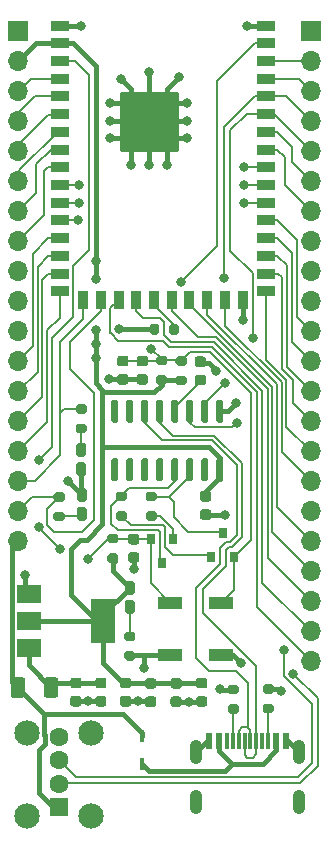
<source format=gbr>
%TF.GenerationSoftware,KiCad,Pcbnew,5.1.9-73d0e3b20d~88~ubuntu20.04.1*%
%TF.CreationDate,2021-03-20T23:45:23+05:30*%
%TF.ProjectId,ESP32-S2,45535033-322d-4533-922e-6b696361645f,rev?*%
%TF.SameCoordinates,Original*%
%TF.FileFunction,Copper,L1,Top*%
%TF.FilePolarity,Positive*%
%FSLAX46Y46*%
G04 Gerber Fmt 4.6, Leading zero omitted, Abs format (unit mm)*
G04 Created by KiCad (PCBNEW 5.1.9-73d0e3b20d~88~ubuntu20.04.1) date 2021-03-20 23:45:23*
%MOMM*%
%LPD*%
G01*
G04 APERTURE LIST*
%TA.AperFunction,SMDPad,CuDef*%
%ADD10R,0.460000X1.040000*%
%TD*%
%TA.AperFunction,ComponentPad*%
%ADD11O,1.700000X1.700000*%
%TD*%
%TA.AperFunction,ComponentPad*%
%ADD12R,1.700000X1.700000*%
%TD*%
%TA.AperFunction,SMDPad,CuDef*%
%ADD13R,1.100000X1.100000*%
%TD*%
%TA.AperFunction,SMDPad,CuDef*%
%ADD14R,1.500000X0.900000*%
%TD*%
%TA.AperFunction,SMDPad,CuDef*%
%ADD15R,0.900000X1.500000*%
%TD*%
%TA.AperFunction,ComponentPad*%
%ADD16C,2.150000*%
%TD*%
%TA.AperFunction,ComponentPad*%
%ADD17R,1.600000X1.600000*%
%TD*%
%TA.AperFunction,ComponentPad*%
%ADD18C,1.600000*%
%TD*%
%TA.AperFunction,SMDPad,CuDef*%
%ADD19R,2.000000X1.000000*%
%TD*%
%TA.AperFunction,SMDPad,CuDef*%
%ADD20R,0.800000X0.900000*%
%TD*%
%TA.AperFunction,SMDPad,CuDef*%
%ADD21R,2.000000X1.500000*%
%TD*%
%TA.AperFunction,SMDPad,CuDef*%
%ADD22R,2.000000X3.800000*%
%TD*%
%TA.AperFunction,ComponentPad*%
%ADD23O,1.050000X2.100000*%
%TD*%
%TA.AperFunction,SMDPad,CuDef*%
%ADD24R,0.600000X1.450000*%
%TD*%
%TA.AperFunction,SMDPad,CuDef*%
%ADD25R,0.300000X1.450000*%
%TD*%
%TA.AperFunction,ViaPad*%
%ADD26C,0.800000*%
%TD*%
%TA.AperFunction,Conductor*%
%ADD27C,0.200000*%
%TD*%
%TA.AperFunction,Conductor*%
%ADD28C,0.400000*%
%TD*%
%TA.AperFunction,Conductor*%
%ADD29C,0.254000*%
%TD*%
%TA.AperFunction,Conductor*%
%ADD30C,0.100000*%
%TD*%
G04 APERTURE END LIST*
%TA.AperFunction,SMDPad,CuDef*%
G36*
G01*
X147786000Y-124315000D02*
X147286000Y-124315000D01*
G75*
G02*
X147061000Y-124090000I0J225000D01*
G01*
X147061000Y-123640000D01*
G75*
G02*
X147286000Y-123415000I225000J0D01*
G01*
X147786000Y-123415000D01*
G75*
G02*
X148011000Y-123640000I0J-225000D01*
G01*
X148011000Y-124090000D01*
G75*
G02*
X147786000Y-124315000I-225000J0D01*
G01*
G37*
%TD.AperFunction*%
%TA.AperFunction,SMDPad,CuDef*%
G36*
G01*
X147786000Y-125865000D02*
X147286000Y-125865000D01*
G75*
G02*
X147061000Y-125640000I0J225000D01*
G01*
X147061000Y-125190000D01*
G75*
G02*
X147286000Y-124965000I225000J0D01*
G01*
X147786000Y-124965000D01*
G75*
G02*
X148011000Y-125190000I0J-225000D01*
G01*
X148011000Y-125640000D01*
G75*
G02*
X147786000Y-125865000I-225000J0D01*
G01*
G37*
%TD.AperFunction*%
%TA.AperFunction,SMDPad,CuDef*%
G36*
G01*
X145698000Y-124305000D02*
X145198000Y-124305000D01*
G75*
G02*
X144973000Y-124080000I0J225000D01*
G01*
X144973000Y-123630000D01*
G75*
G02*
X145198000Y-123405000I225000J0D01*
G01*
X145698000Y-123405000D01*
G75*
G02*
X145923000Y-123630000I0J-225000D01*
G01*
X145923000Y-124080000D01*
G75*
G02*
X145698000Y-124305000I-225000J0D01*
G01*
G37*
%TD.AperFunction*%
%TA.AperFunction,SMDPad,CuDef*%
G36*
G01*
X145698000Y-125855000D02*
X145198000Y-125855000D01*
G75*
G02*
X144973000Y-125630000I0J225000D01*
G01*
X144973000Y-125180000D01*
G75*
G02*
X145198000Y-124955000I225000J0D01*
G01*
X145698000Y-124955000D01*
G75*
G02*
X145923000Y-125180000I0J-225000D01*
G01*
X145923000Y-125630000D01*
G75*
G02*
X145698000Y-125855000I-225000J0D01*
G01*
G37*
%TD.AperFunction*%
D10*
X148900000Y-130690000D03*
X148900000Y-128310000D03*
%TA.AperFunction,SMDPad,CuDef*%
G36*
G01*
X139050000Y-123625000D02*
X139050000Y-124875000D01*
G75*
G02*
X138800000Y-125125000I-250000J0D01*
G01*
X138050000Y-125125000D01*
G75*
G02*
X137800000Y-124875000I0J250000D01*
G01*
X137800000Y-123625000D01*
G75*
G02*
X138050000Y-123375000I250000J0D01*
G01*
X138800000Y-123375000D01*
G75*
G02*
X139050000Y-123625000I0J-250000D01*
G01*
G37*
%TD.AperFunction*%
%TA.AperFunction,SMDPad,CuDef*%
G36*
G01*
X141850000Y-123625000D02*
X141850000Y-124875000D01*
G75*
G02*
X141600000Y-125125000I-250000J0D01*
G01*
X140850000Y-125125000D01*
G75*
G02*
X140600000Y-124875000I0J250000D01*
G01*
X140600000Y-123625000D01*
G75*
G02*
X140850000Y-123375000I250000J0D01*
G01*
X141600000Y-123375000D01*
G75*
G02*
X141850000Y-123625000I0J-250000D01*
G01*
G37*
%TD.AperFunction*%
D11*
X163240000Y-122015000D03*
X163240000Y-119475000D03*
X163240000Y-116935000D03*
X163240000Y-114395000D03*
X163240000Y-111855000D03*
X163240000Y-109315000D03*
X163240000Y-106775000D03*
X163240000Y-104235000D03*
X163240000Y-101695000D03*
X163240000Y-99155000D03*
X163240000Y-96615000D03*
X163240000Y-94075000D03*
X163240000Y-91535000D03*
X163240000Y-88995000D03*
X163240000Y-86455000D03*
X163240000Y-83915000D03*
X163240000Y-81375000D03*
X163240000Y-78835000D03*
X163240000Y-76295000D03*
X163240000Y-73755000D03*
X163240000Y-71215000D03*
D12*
X163240000Y-68675000D03*
D13*
X148010000Y-74750000D03*
X149510000Y-74750000D03*
X151010000Y-74750000D03*
X151010000Y-76250000D03*
X151010000Y-77750000D03*
X149510000Y-77750000D03*
X148010000Y-77750000D03*
X148010000Y-76250000D03*
X149510000Y-76250000D03*
D14*
X159450000Y-68200000D03*
X159450000Y-69700000D03*
X159450000Y-71200000D03*
X159450000Y-72700000D03*
X159450000Y-74200000D03*
X159450000Y-75700000D03*
X159450000Y-77200000D03*
X159450000Y-78700000D03*
X159450000Y-80200000D03*
X159450000Y-81700000D03*
X159450000Y-83200000D03*
X159450000Y-84700000D03*
X159450000Y-86200000D03*
X159450000Y-87700000D03*
X159450000Y-89200000D03*
X159450000Y-90700000D03*
D15*
X157450000Y-91450000D03*
X155950000Y-91450000D03*
X154450000Y-91450000D03*
X152950000Y-91450000D03*
X151450000Y-91450000D03*
X149950000Y-91450000D03*
X148450000Y-91450000D03*
X146950000Y-91450000D03*
X145450000Y-91450000D03*
X143950000Y-91450000D03*
D14*
X141950000Y-90700000D03*
X141950000Y-89200000D03*
X141950000Y-87700000D03*
X141950000Y-86200000D03*
X141950000Y-84700000D03*
X141950000Y-83200000D03*
X141950000Y-81700000D03*
X141950000Y-80200000D03*
X141950000Y-78700000D03*
X141950000Y-77200000D03*
X141950000Y-75700000D03*
X141950000Y-74200000D03*
X141950000Y-72700000D03*
X141950000Y-71200000D03*
X141950000Y-69700000D03*
X141950000Y-68200000D03*
%TA.AperFunction,SMDPad,CuDef*%
G36*
G01*
X155366580Y-104829740D02*
X155666580Y-104829740D01*
G75*
G02*
X155816580Y-104979740I0J-150000D01*
G01*
X155816580Y-106629740D01*
G75*
G02*
X155666580Y-106779740I-150000J0D01*
G01*
X155366580Y-106779740D01*
G75*
G02*
X155216580Y-106629740I0J150000D01*
G01*
X155216580Y-104979740D01*
G75*
G02*
X155366580Y-104829740I150000J0D01*
G01*
G37*
%TD.AperFunction*%
%TA.AperFunction,SMDPad,CuDef*%
G36*
G01*
X154096580Y-104829740D02*
X154396580Y-104829740D01*
G75*
G02*
X154546580Y-104979740I0J-150000D01*
G01*
X154546580Y-106629740D01*
G75*
G02*
X154396580Y-106779740I-150000J0D01*
G01*
X154096580Y-106779740D01*
G75*
G02*
X153946580Y-106629740I0J150000D01*
G01*
X153946580Y-104979740D01*
G75*
G02*
X154096580Y-104829740I150000J0D01*
G01*
G37*
%TD.AperFunction*%
%TA.AperFunction,SMDPad,CuDef*%
G36*
G01*
X152826580Y-104829740D02*
X153126580Y-104829740D01*
G75*
G02*
X153276580Y-104979740I0J-150000D01*
G01*
X153276580Y-106629740D01*
G75*
G02*
X153126580Y-106779740I-150000J0D01*
G01*
X152826580Y-106779740D01*
G75*
G02*
X152676580Y-106629740I0J150000D01*
G01*
X152676580Y-104979740D01*
G75*
G02*
X152826580Y-104829740I150000J0D01*
G01*
G37*
%TD.AperFunction*%
%TA.AperFunction,SMDPad,CuDef*%
G36*
G01*
X151556580Y-104829740D02*
X151856580Y-104829740D01*
G75*
G02*
X152006580Y-104979740I0J-150000D01*
G01*
X152006580Y-106629740D01*
G75*
G02*
X151856580Y-106779740I-150000J0D01*
G01*
X151556580Y-106779740D01*
G75*
G02*
X151406580Y-106629740I0J150000D01*
G01*
X151406580Y-104979740D01*
G75*
G02*
X151556580Y-104829740I150000J0D01*
G01*
G37*
%TD.AperFunction*%
%TA.AperFunction,SMDPad,CuDef*%
G36*
G01*
X150286580Y-104829740D02*
X150586580Y-104829740D01*
G75*
G02*
X150736580Y-104979740I0J-150000D01*
G01*
X150736580Y-106629740D01*
G75*
G02*
X150586580Y-106779740I-150000J0D01*
G01*
X150286580Y-106779740D01*
G75*
G02*
X150136580Y-106629740I0J150000D01*
G01*
X150136580Y-104979740D01*
G75*
G02*
X150286580Y-104829740I150000J0D01*
G01*
G37*
%TD.AperFunction*%
%TA.AperFunction,SMDPad,CuDef*%
G36*
G01*
X149016580Y-104829740D02*
X149316580Y-104829740D01*
G75*
G02*
X149466580Y-104979740I0J-150000D01*
G01*
X149466580Y-106629740D01*
G75*
G02*
X149316580Y-106779740I-150000J0D01*
G01*
X149016580Y-106779740D01*
G75*
G02*
X148866580Y-106629740I0J150000D01*
G01*
X148866580Y-104979740D01*
G75*
G02*
X149016580Y-104829740I150000J0D01*
G01*
G37*
%TD.AperFunction*%
%TA.AperFunction,SMDPad,CuDef*%
G36*
G01*
X147746580Y-104829740D02*
X148046580Y-104829740D01*
G75*
G02*
X148196580Y-104979740I0J-150000D01*
G01*
X148196580Y-106629740D01*
G75*
G02*
X148046580Y-106779740I-150000J0D01*
G01*
X147746580Y-106779740D01*
G75*
G02*
X147596580Y-106629740I0J150000D01*
G01*
X147596580Y-104979740D01*
G75*
G02*
X147746580Y-104829740I150000J0D01*
G01*
G37*
%TD.AperFunction*%
%TA.AperFunction,SMDPad,CuDef*%
G36*
G01*
X146476580Y-104829740D02*
X146776580Y-104829740D01*
G75*
G02*
X146926580Y-104979740I0J-150000D01*
G01*
X146926580Y-106629740D01*
G75*
G02*
X146776580Y-106779740I-150000J0D01*
G01*
X146476580Y-106779740D01*
G75*
G02*
X146326580Y-106629740I0J150000D01*
G01*
X146326580Y-104979740D01*
G75*
G02*
X146476580Y-104829740I150000J0D01*
G01*
G37*
%TD.AperFunction*%
%TA.AperFunction,SMDPad,CuDef*%
G36*
G01*
X146476580Y-99879740D02*
X146776580Y-99879740D01*
G75*
G02*
X146926580Y-100029740I0J-150000D01*
G01*
X146926580Y-101679740D01*
G75*
G02*
X146776580Y-101829740I-150000J0D01*
G01*
X146476580Y-101829740D01*
G75*
G02*
X146326580Y-101679740I0J150000D01*
G01*
X146326580Y-100029740D01*
G75*
G02*
X146476580Y-99879740I150000J0D01*
G01*
G37*
%TD.AperFunction*%
%TA.AperFunction,SMDPad,CuDef*%
G36*
G01*
X147746580Y-99879740D02*
X148046580Y-99879740D01*
G75*
G02*
X148196580Y-100029740I0J-150000D01*
G01*
X148196580Y-101679740D01*
G75*
G02*
X148046580Y-101829740I-150000J0D01*
G01*
X147746580Y-101829740D01*
G75*
G02*
X147596580Y-101679740I0J150000D01*
G01*
X147596580Y-100029740D01*
G75*
G02*
X147746580Y-99879740I150000J0D01*
G01*
G37*
%TD.AperFunction*%
%TA.AperFunction,SMDPad,CuDef*%
G36*
G01*
X149016580Y-99879740D02*
X149316580Y-99879740D01*
G75*
G02*
X149466580Y-100029740I0J-150000D01*
G01*
X149466580Y-101679740D01*
G75*
G02*
X149316580Y-101829740I-150000J0D01*
G01*
X149016580Y-101829740D01*
G75*
G02*
X148866580Y-101679740I0J150000D01*
G01*
X148866580Y-100029740D01*
G75*
G02*
X149016580Y-99879740I150000J0D01*
G01*
G37*
%TD.AperFunction*%
%TA.AperFunction,SMDPad,CuDef*%
G36*
G01*
X150286580Y-99879740D02*
X150586580Y-99879740D01*
G75*
G02*
X150736580Y-100029740I0J-150000D01*
G01*
X150736580Y-101679740D01*
G75*
G02*
X150586580Y-101829740I-150000J0D01*
G01*
X150286580Y-101829740D01*
G75*
G02*
X150136580Y-101679740I0J150000D01*
G01*
X150136580Y-100029740D01*
G75*
G02*
X150286580Y-99879740I150000J0D01*
G01*
G37*
%TD.AperFunction*%
%TA.AperFunction,SMDPad,CuDef*%
G36*
G01*
X151556580Y-99879740D02*
X151856580Y-99879740D01*
G75*
G02*
X152006580Y-100029740I0J-150000D01*
G01*
X152006580Y-101679740D01*
G75*
G02*
X151856580Y-101829740I-150000J0D01*
G01*
X151556580Y-101829740D01*
G75*
G02*
X151406580Y-101679740I0J150000D01*
G01*
X151406580Y-100029740D01*
G75*
G02*
X151556580Y-99879740I150000J0D01*
G01*
G37*
%TD.AperFunction*%
%TA.AperFunction,SMDPad,CuDef*%
G36*
G01*
X152826580Y-99879740D02*
X153126580Y-99879740D01*
G75*
G02*
X153276580Y-100029740I0J-150000D01*
G01*
X153276580Y-101679740D01*
G75*
G02*
X153126580Y-101829740I-150000J0D01*
G01*
X152826580Y-101829740D01*
G75*
G02*
X152676580Y-101679740I0J150000D01*
G01*
X152676580Y-100029740D01*
G75*
G02*
X152826580Y-99879740I150000J0D01*
G01*
G37*
%TD.AperFunction*%
%TA.AperFunction,SMDPad,CuDef*%
G36*
G01*
X154096580Y-99879740D02*
X154396580Y-99879740D01*
G75*
G02*
X154546580Y-100029740I0J-150000D01*
G01*
X154546580Y-101679740D01*
G75*
G02*
X154396580Y-101829740I-150000J0D01*
G01*
X154096580Y-101829740D01*
G75*
G02*
X153946580Y-101679740I0J150000D01*
G01*
X153946580Y-100029740D01*
G75*
G02*
X154096580Y-99879740I150000J0D01*
G01*
G37*
%TD.AperFunction*%
%TA.AperFunction,SMDPad,CuDef*%
G36*
G01*
X155366580Y-99879740D02*
X155666580Y-99879740D01*
G75*
G02*
X155816580Y-100029740I0J-150000D01*
G01*
X155816580Y-101679740D01*
G75*
G02*
X155666580Y-101829740I-150000J0D01*
G01*
X155366580Y-101829740D01*
G75*
G02*
X155216580Y-101679740I0J150000D01*
G01*
X155216580Y-100029740D01*
G75*
G02*
X155366580Y-99879740I150000J0D01*
G01*
G37*
%TD.AperFunction*%
%TA.AperFunction,SMDPad,CuDef*%
G36*
G01*
X154060000Y-109155000D02*
X154560000Y-109155000D01*
G75*
G02*
X154785000Y-109380000I0J-225000D01*
G01*
X154785000Y-109830000D01*
G75*
G02*
X154560000Y-110055000I-225000J0D01*
G01*
X154060000Y-110055000D01*
G75*
G02*
X153835000Y-109830000I0J225000D01*
G01*
X153835000Y-109380000D01*
G75*
G02*
X154060000Y-109155000I225000J0D01*
G01*
G37*
%TD.AperFunction*%
%TA.AperFunction,SMDPad,CuDef*%
G36*
G01*
X154060000Y-107605000D02*
X154560000Y-107605000D01*
G75*
G02*
X154785000Y-107830000I0J-225000D01*
G01*
X154785000Y-108280000D01*
G75*
G02*
X154560000Y-108505000I-225000J0D01*
G01*
X154060000Y-108505000D01*
G75*
G02*
X153835000Y-108280000I0J225000D01*
G01*
X153835000Y-107830000D01*
G75*
G02*
X154060000Y-107605000I225000J0D01*
G01*
G37*
%TD.AperFunction*%
D16*
X139180000Y-135130000D03*
X139180000Y-128130000D03*
X144620000Y-128130000D03*
X144620000Y-135130000D03*
D17*
X141900000Y-134400000D03*
D18*
X141900000Y-132400000D03*
X141900000Y-130400000D03*
X141900000Y-128400000D03*
D19*
X155610000Y-117090000D03*
X155610000Y-121490000D03*
X151300000Y-117070000D03*
X151300000Y-121470000D03*
D20*
X150599140Y-113687100D03*
X149649140Y-111687100D03*
X151549140Y-111687100D03*
%TA.AperFunction,SMDPad,CuDef*%
G36*
G01*
X149435000Y-109325000D02*
X149985000Y-109325000D01*
G75*
G02*
X150185000Y-109525000I0J-200000D01*
G01*
X150185000Y-109925000D01*
G75*
G02*
X149985000Y-110125000I-200000J0D01*
G01*
X149435000Y-110125000D01*
G75*
G02*
X149235000Y-109925000I0J200000D01*
G01*
X149235000Y-109525000D01*
G75*
G02*
X149435000Y-109325000I200000J0D01*
G01*
G37*
%TD.AperFunction*%
%TA.AperFunction,SMDPad,CuDef*%
G36*
G01*
X149435000Y-107675000D02*
X149985000Y-107675000D01*
G75*
G02*
X150185000Y-107875000I0J-200000D01*
G01*
X150185000Y-108275000D01*
G75*
G02*
X149985000Y-108475000I-200000J0D01*
G01*
X149435000Y-108475000D01*
G75*
G02*
X149235000Y-108275000I0J200000D01*
G01*
X149235000Y-107875000D01*
G75*
G02*
X149435000Y-107675000I200000J0D01*
G01*
G37*
%TD.AperFunction*%
%TA.AperFunction,SMDPad,CuDef*%
G36*
G01*
X147625000Y-121165000D02*
X148175000Y-121165000D01*
G75*
G02*
X148375000Y-121365000I0J-200000D01*
G01*
X148375000Y-121765000D01*
G75*
G02*
X148175000Y-121965000I-200000J0D01*
G01*
X147625000Y-121965000D01*
G75*
G02*
X147425000Y-121765000I0J200000D01*
G01*
X147425000Y-121365000D01*
G75*
G02*
X147625000Y-121165000I200000J0D01*
G01*
G37*
%TD.AperFunction*%
%TA.AperFunction,SMDPad,CuDef*%
G36*
G01*
X147625000Y-119515000D02*
X148175000Y-119515000D01*
G75*
G02*
X148375000Y-119715000I0J-200000D01*
G01*
X148375000Y-120115000D01*
G75*
G02*
X148175000Y-120315000I-200000J0D01*
G01*
X147625000Y-120315000D01*
G75*
G02*
X147425000Y-120115000I0J200000D01*
G01*
X147425000Y-119715000D01*
G75*
G02*
X147625000Y-119515000I200000J0D01*
G01*
G37*
%TD.AperFunction*%
D11*
X138450000Y-111855000D03*
X138450000Y-109315000D03*
X138450000Y-106775000D03*
X138450000Y-104235000D03*
X138450000Y-101695000D03*
X138450000Y-99155000D03*
X138450000Y-96615000D03*
X138450000Y-94075000D03*
X138450000Y-91535000D03*
X138450000Y-88995000D03*
X138450000Y-86455000D03*
X138450000Y-83915000D03*
X138450000Y-81375000D03*
X138450000Y-78835000D03*
X138450000Y-76295000D03*
X138450000Y-73755000D03*
X138450000Y-71215000D03*
D12*
X138450000Y-68675000D03*
%TA.AperFunction,SMDPad,CuDef*%
G36*
G01*
X148102500Y-116410000D02*
X147677500Y-116410000D01*
G75*
G02*
X147465000Y-116197500I0J212500D01*
G01*
X147465000Y-115397500D01*
G75*
G02*
X147677500Y-115185000I212500J0D01*
G01*
X148102500Y-115185000D01*
G75*
G02*
X148315000Y-115397500I0J-212500D01*
G01*
X148315000Y-116197500D01*
G75*
G02*
X148102500Y-116410000I-212500J0D01*
G01*
G37*
%TD.AperFunction*%
%TA.AperFunction,SMDPad,CuDef*%
G36*
G01*
X148102500Y-118035000D02*
X147677500Y-118035000D01*
G75*
G02*
X147465000Y-117822500I0J212500D01*
G01*
X147465000Y-117022500D01*
G75*
G02*
X147677500Y-116810000I212500J0D01*
G01*
X148102500Y-116810000D01*
G75*
G02*
X148315000Y-117022500I0J-212500D01*
G01*
X148315000Y-117822500D01*
G75*
G02*
X148102500Y-118035000I-212500J0D01*
G01*
G37*
%TD.AperFunction*%
%TA.AperFunction,SMDPad,CuDef*%
G36*
G01*
X149909000Y-124350000D02*
X149409000Y-124350000D01*
G75*
G02*
X149184000Y-124125000I0J225000D01*
G01*
X149184000Y-123675000D01*
G75*
G02*
X149409000Y-123450000I225000J0D01*
G01*
X149909000Y-123450000D01*
G75*
G02*
X150134000Y-123675000I0J-225000D01*
G01*
X150134000Y-124125000D01*
G75*
G02*
X149909000Y-124350000I-225000J0D01*
G01*
G37*
%TD.AperFunction*%
%TA.AperFunction,SMDPad,CuDef*%
G36*
G01*
X149909000Y-125900000D02*
X149409000Y-125900000D01*
G75*
G02*
X149184000Y-125675000I0J225000D01*
G01*
X149184000Y-125225000D01*
G75*
G02*
X149409000Y-125000000I225000J0D01*
G01*
X149909000Y-125000000D01*
G75*
G02*
X150134000Y-125225000I0J-225000D01*
G01*
X150134000Y-125675000D01*
G75*
G02*
X149909000Y-125900000I-225000J0D01*
G01*
G37*
%TD.AperFunction*%
%TA.AperFunction,SMDPad,CuDef*%
G36*
G01*
X148466620Y-112136040D02*
X147966620Y-112136040D01*
G75*
G02*
X147741620Y-111911040I0J225000D01*
G01*
X147741620Y-111461040D01*
G75*
G02*
X147966620Y-111236040I225000J0D01*
G01*
X148466620Y-111236040D01*
G75*
G02*
X148691620Y-111461040I0J-225000D01*
G01*
X148691620Y-111911040D01*
G75*
G02*
X148466620Y-112136040I-225000J0D01*
G01*
G37*
%TD.AperFunction*%
%TA.AperFunction,SMDPad,CuDef*%
G36*
G01*
X148466620Y-113686040D02*
X147966620Y-113686040D01*
G75*
G02*
X147741620Y-113461040I0J225000D01*
G01*
X147741620Y-113011040D01*
G75*
G02*
X147966620Y-112786040I225000J0D01*
G01*
X148466620Y-112786040D01*
G75*
G02*
X148691620Y-113011040I0J-225000D01*
G01*
X148691620Y-113461040D01*
G75*
G02*
X148466620Y-113686040I-225000J0D01*
G01*
G37*
%TD.AperFunction*%
%TA.AperFunction,SMDPad,CuDef*%
G36*
G01*
X148710000Y-97705000D02*
X149210000Y-97705000D01*
G75*
G02*
X149435000Y-97930000I0J-225000D01*
G01*
X149435000Y-98380000D01*
G75*
G02*
X149210000Y-98605000I-225000J0D01*
G01*
X148710000Y-98605000D01*
G75*
G02*
X148485000Y-98380000I0J225000D01*
G01*
X148485000Y-97930000D01*
G75*
G02*
X148710000Y-97705000I225000J0D01*
G01*
G37*
%TD.AperFunction*%
%TA.AperFunction,SMDPad,CuDef*%
G36*
G01*
X148710000Y-96155000D02*
X149210000Y-96155000D01*
G75*
G02*
X149435000Y-96380000I0J-225000D01*
G01*
X149435000Y-96830000D01*
G75*
G02*
X149210000Y-97055000I-225000J0D01*
G01*
X148710000Y-97055000D01*
G75*
G02*
X148485000Y-96830000I0J225000D01*
G01*
X148485000Y-96380000D01*
G75*
G02*
X148710000Y-96155000I225000J0D01*
G01*
G37*
%TD.AperFunction*%
%TA.AperFunction,SMDPad,CuDef*%
G36*
G01*
X154120000Y-97115000D02*
X153620000Y-97115000D01*
G75*
G02*
X153395000Y-96890000I0J225000D01*
G01*
X153395000Y-96440000D01*
G75*
G02*
X153620000Y-96215000I225000J0D01*
G01*
X154120000Y-96215000D01*
G75*
G02*
X154345000Y-96440000I0J-225000D01*
G01*
X154345000Y-96890000D01*
G75*
G02*
X154120000Y-97115000I-225000J0D01*
G01*
G37*
%TD.AperFunction*%
%TA.AperFunction,SMDPad,CuDef*%
G36*
G01*
X154120000Y-98665000D02*
X153620000Y-98665000D01*
G75*
G02*
X153395000Y-98440000I0J225000D01*
G01*
X153395000Y-97990000D01*
G75*
G02*
X153620000Y-97765000I225000J0D01*
G01*
X154120000Y-97765000D01*
G75*
G02*
X154345000Y-97990000I0J-225000D01*
G01*
X154345000Y-98440000D01*
G75*
G02*
X154120000Y-98665000I-225000J0D01*
G01*
G37*
%TD.AperFunction*%
%TA.AperFunction,SMDPad,CuDef*%
G36*
G01*
X141635000Y-109365000D02*
X142185000Y-109365000D01*
G75*
G02*
X142385000Y-109565000I0J-200000D01*
G01*
X142385000Y-109965000D01*
G75*
G02*
X142185000Y-110165000I-200000J0D01*
G01*
X141635000Y-110165000D01*
G75*
G02*
X141435000Y-109965000I0J200000D01*
G01*
X141435000Y-109565000D01*
G75*
G02*
X141635000Y-109365000I200000J0D01*
G01*
G37*
%TD.AperFunction*%
%TA.AperFunction,SMDPad,CuDef*%
G36*
G01*
X141635000Y-107715000D02*
X142185000Y-107715000D01*
G75*
G02*
X142385000Y-107915000I0J-200000D01*
G01*
X142385000Y-108315000D01*
G75*
G02*
X142185000Y-108515000I-200000J0D01*
G01*
X141635000Y-108515000D01*
G75*
G02*
X141435000Y-108315000I0J200000D01*
G01*
X141435000Y-107915000D01*
G75*
G02*
X141635000Y-107715000I200000J0D01*
G01*
G37*
%TD.AperFunction*%
%TA.AperFunction,SMDPad,CuDef*%
G36*
G01*
X156925000Y-124815000D02*
X156375000Y-124815000D01*
G75*
G02*
X156175000Y-124615000I0J200000D01*
G01*
X156175000Y-124215000D01*
G75*
G02*
X156375000Y-124015000I200000J0D01*
G01*
X156925000Y-124015000D01*
G75*
G02*
X157125000Y-124215000I0J-200000D01*
G01*
X157125000Y-124615000D01*
G75*
G02*
X156925000Y-124815000I-200000J0D01*
G01*
G37*
%TD.AperFunction*%
%TA.AperFunction,SMDPad,CuDef*%
G36*
G01*
X156925000Y-126465000D02*
X156375000Y-126465000D01*
G75*
G02*
X156175000Y-126265000I0J200000D01*
G01*
X156175000Y-125865000D01*
G75*
G02*
X156375000Y-125665000I200000J0D01*
G01*
X156925000Y-125665000D01*
G75*
G02*
X157125000Y-125865000I0J-200000D01*
G01*
X157125000Y-126265000D01*
G75*
G02*
X156925000Y-126465000I-200000J0D01*
G01*
G37*
%TD.AperFunction*%
%TA.AperFunction,SMDPad,CuDef*%
G36*
G01*
X143992500Y-104740000D02*
X143567500Y-104740000D01*
G75*
G02*
X143355000Y-104527500I0J212500D01*
G01*
X143355000Y-103727500D01*
G75*
G02*
X143567500Y-103515000I212500J0D01*
G01*
X143992500Y-103515000D01*
G75*
G02*
X144205000Y-103727500I0J-212500D01*
G01*
X144205000Y-104527500D01*
G75*
G02*
X143992500Y-104740000I-212500J0D01*
G01*
G37*
%TD.AperFunction*%
%TA.AperFunction,SMDPad,CuDef*%
G36*
G01*
X143992500Y-106365000D02*
X143567500Y-106365000D01*
G75*
G02*
X143355000Y-106152500I0J212500D01*
G01*
X143355000Y-105352500D01*
G75*
G02*
X143567500Y-105140000I212500J0D01*
G01*
X143992500Y-105140000D01*
G75*
G02*
X144205000Y-105352500I0J-212500D01*
G01*
X144205000Y-106152500D01*
G75*
G02*
X143992500Y-106365000I-212500J0D01*
G01*
G37*
%TD.AperFunction*%
%TA.AperFunction,SMDPad,CuDef*%
G36*
G01*
X159895000Y-124755000D02*
X159345000Y-124755000D01*
G75*
G02*
X159145000Y-124555000I0J200000D01*
G01*
X159145000Y-124155000D01*
G75*
G02*
X159345000Y-123955000I200000J0D01*
G01*
X159895000Y-123955000D01*
G75*
G02*
X160095000Y-124155000I0J-200000D01*
G01*
X160095000Y-124555000D01*
G75*
G02*
X159895000Y-124755000I-200000J0D01*
G01*
G37*
%TD.AperFunction*%
%TA.AperFunction,SMDPad,CuDef*%
G36*
G01*
X159895000Y-126405000D02*
X159345000Y-126405000D01*
G75*
G02*
X159145000Y-126205000I0J200000D01*
G01*
X159145000Y-125805000D01*
G75*
G02*
X159345000Y-125605000I200000J0D01*
G01*
X159895000Y-125605000D01*
G75*
G02*
X160095000Y-125805000I0J-200000D01*
G01*
X160095000Y-126205000D01*
G75*
G02*
X159895000Y-126405000I-200000J0D01*
G01*
G37*
%TD.AperFunction*%
%TA.AperFunction,SMDPad,CuDef*%
G36*
G01*
X143617500Y-108930000D02*
X144042500Y-108930000D01*
G75*
G02*
X144255000Y-109142500I0J-212500D01*
G01*
X144255000Y-109942500D01*
G75*
G02*
X144042500Y-110155000I-212500J0D01*
G01*
X143617500Y-110155000D01*
G75*
G02*
X143405000Y-109942500I0J212500D01*
G01*
X143405000Y-109142500D01*
G75*
G02*
X143617500Y-108930000I212500J0D01*
G01*
G37*
%TD.AperFunction*%
%TA.AperFunction,SMDPad,CuDef*%
G36*
G01*
X143617500Y-107305000D02*
X144042500Y-107305000D01*
G75*
G02*
X144255000Y-107517500I0J-212500D01*
G01*
X144255000Y-108317500D01*
G75*
G02*
X144042500Y-108530000I-212500J0D01*
G01*
X143617500Y-108530000D01*
G75*
G02*
X143405000Y-108317500I0J212500D01*
G01*
X143405000Y-107517500D01*
G75*
G02*
X143617500Y-107305000I212500J0D01*
G01*
G37*
%TD.AperFunction*%
%TA.AperFunction,SMDPad,CuDef*%
G36*
G01*
X151242580Y-94194040D02*
X151242580Y-93644040D01*
G75*
G02*
X151442580Y-93444040I200000J0D01*
G01*
X151842580Y-93444040D01*
G75*
G02*
X152042580Y-93644040I0J-200000D01*
G01*
X152042580Y-94194040D01*
G75*
G02*
X151842580Y-94394040I-200000J0D01*
G01*
X151442580Y-94394040D01*
G75*
G02*
X151242580Y-94194040I0J200000D01*
G01*
G37*
%TD.AperFunction*%
%TA.AperFunction,SMDPad,CuDef*%
G36*
G01*
X149592580Y-94194040D02*
X149592580Y-93644040D01*
G75*
G02*
X149792580Y-93444040I200000J0D01*
G01*
X150192580Y-93444040D01*
G75*
G02*
X150392580Y-93644040I0J-200000D01*
G01*
X150392580Y-94194040D01*
G75*
G02*
X150192580Y-94394040I-200000J0D01*
G01*
X149792580Y-94394040D01*
G75*
G02*
X149592580Y-94194040I0J200000D01*
G01*
G37*
%TD.AperFunction*%
%TA.AperFunction,SMDPad,CuDef*%
G36*
G01*
X146182380Y-112896840D02*
X146732380Y-112896840D01*
G75*
G02*
X146932380Y-113096840I0J-200000D01*
G01*
X146932380Y-113496840D01*
G75*
G02*
X146732380Y-113696840I-200000J0D01*
G01*
X146182380Y-113696840D01*
G75*
G02*
X145982380Y-113496840I0J200000D01*
G01*
X145982380Y-113096840D01*
G75*
G02*
X146182380Y-112896840I200000J0D01*
G01*
G37*
%TD.AperFunction*%
%TA.AperFunction,SMDPad,CuDef*%
G36*
G01*
X146182380Y-111246840D02*
X146732380Y-111246840D01*
G75*
G02*
X146932380Y-111446840I0J-200000D01*
G01*
X146932380Y-111846840D01*
G75*
G02*
X146732380Y-112046840I-200000J0D01*
G01*
X146182380Y-112046840D01*
G75*
G02*
X145982380Y-111846840I0J200000D01*
G01*
X145982380Y-111446840D01*
G75*
G02*
X146182380Y-111246840I200000J0D01*
G01*
G37*
%TD.AperFunction*%
D21*
X139330000Y-116340000D03*
X139330000Y-120940000D03*
X139330000Y-118640000D03*
D22*
X145630000Y-118640000D03*
%TA.AperFunction,SMDPad,CuDef*%
G36*
G01*
X150867620Y-98605680D02*
X150317620Y-98605680D01*
G75*
G02*
X150117620Y-98405680I0J200000D01*
G01*
X150117620Y-98005680D01*
G75*
G02*
X150317620Y-97805680I200000J0D01*
G01*
X150867620Y-97805680D01*
G75*
G02*
X151067620Y-98005680I0J-200000D01*
G01*
X151067620Y-98405680D01*
G75*
G02*
X150867620Y-98605680I-200000J0D01*
G01*
G37*
%TD.AperFunction*%
%TA.AperFunction,SMDPad,CuDef*%
G36*
G01*
X150867620Y-96955680D02*
X150317620Y-96955680D01*
G75*
G02*
X150117620Y-96755680I0J200000D01*
G01*
X150117620Y-96355680D01*
G75*
G02*
X150317620Y-96155680I200000J0D01*
G01*
X150867620Y-96155680D01*
G75*
G02*
X151067620Y-96355680I0J-200000D01*
G01*
X151067620Y-96755680D01*
G75*
G02*
X150867620Y-96955680I-200000J0D01*
G01*
G37*
%TD.AperFunction*%
D20*
X155760000Y-111190000D03*
X156710000Y-113190000D03*
X154810000Y-113190000D03*
%TA.AperFunction,SMDPad,CuDef*%
G36*
G01*
X143525000Y-101915000D02*
X144075000Y-101915000D01*
G75*
G02*
X144275000Y-102115000I0J-200000D01*
G01*
X144275000Y-102515000D01*
G75*
G02*
X144075000Y-102715000I-200000J0D01*
G01*
X143525000Y-102715000D01*
G75*
G02*
X143325000Y-102515000I0J200000D01*
G01*
X143325000Y-102115000D01*
G75*
G02*
X143525000Y-101915000I200000J0D01*
G01*
G37*
%TD.AperFunction*%
%TA.AperFunction,SMDPad,CuDef*%
G36*
G01*
X143525000Y-100265000D02*
X144075000Y-100265000D01*
G75*
G02*
X144275000Y-100465000I0J-200000D01*
G01*
X144275000Y-100865000D01*
G75*
G02*
X144075000Y-101065000I-200000J0D01*
G01*
X143525000Y-101065000D01*
G75*
G02*
X143325000Y-100865000I0J200000D01*
G01*
X143325000Y-100465000D01*
G75*
G02*
X143525000Y-100265000I200000J0D01*
G01*
G37*
%TD.AperFunction*%
%TA.AperFunction,SMDPad,CuDef*%
G36*
G01*
X151965000Y-97845000D02*
X152515000Y-97845000D01*
G75*
G02*
X152715000Y-98045000I0J-200000D01*
G01*
X152715000Y-98445000D01*
G75*
G02*
X152515000Y-98645000I-200000J0D01*
G01*
X151965000Y-98645000D01*
G75*
G02*
X151765000Y-98445000I0J200000D01*
G01*
X151765000Y-98045000D01*
G75*
G02*
X151965000Y-97845000I200000J0D01*
G01*
G37*
%TD.AperFunction*%
%TA.AperFunction,SMDPad,CuDef*%
G36*
G01*
X151965000Y-96195000D02*
X152515000Y-96195000D01*
G75*
G02*
X152715000Y-96395000I0J-200000D01*
G01*
X152715000Y-96795000D01*
G75*
G02*
X152515000Y-96995000I-200000J0D01*
G01*
X151965000Y-96995000D01*
G75*
G02*
X151765000Y-96795000I0J200000D01*
G01*
X151765000Y-96395000D01*
G75*
G02*
X151965000Y-96195000I200000J0D01*
G01*
G37*
%TD.AperFunction*%
%TA.AperFunction,SMDPad,CuDef*%
G36*
G01*
X147550000Y-97055000D02*
X147050000Y-97055000D01*
G75*
G02*
X146825000Y-96830000I0J225000D01*
G01*
X146825000Y-96380000D01*
G75*
G02*
X147050000Y-96155000I225000J0D01*
G01*
X147550000Y-96155000D01*
G75*
G02*
X147775000Y-96380000I0J-225000D01*
G01*
X147775000Y-96830000D01*
G75*
G02*
X147550000Y-97055000I-225000J0D01*
G01*
G37*
%TD.AperFunction*%
%TA.AperFunction,SMDPad,CuDef*%
G36*
G01*
X147550000Y-98605000D02*
X147050000Y-98605000D01*
G75*
G02*
X146825000Y-98380000I0J225000D01*
G01*
X146825000Y-97930000D01*
G75*
G02*
X147050000Y-97705000I225000J0D01*
G01*
X147550000Y-97705000D01*
G75*
G02*
X147775000Y-97930000I0J-225000D01*
G01*
X147775000Y-98380000D01*
G75*
G02*
X147550000Y-98605000I-225000J0D01*
G01*
G37*
%TD.AperFunction*%
%TA.AperFunction,SMDPad,CuDef*%
G36*
G01*
X153725000Y-124975000D02*
X154225000Y-124975000D01*
G75*
G02*
X154450000Y-125200000I0J-225000D01*
G01*
X154450000Y-125650000D01*
G75*
G02*
X154225000Y-125875000I-225000J0D01*
G01*
X153725000Y-125875000D01*
G75*
G02*
X153500000Y-125650000I0J225000D01*
G01*
X153500000Y-125200000D01*
G75*
G02*
X153725000Y-124975000I225000J0D01*
G01*
G37*
%TD.AperFunction*%
%TA.AperFunction,SMDPad,CuDef*%
G36*
G01*
X153725000Y-123425000D02*
X154225000Y-123425000D01*
G75*
G02*
X154450000Y-123650000I0J-225000D01*
G01*
X154450000Y-124100000D01*
G75*
G02*
X154225000Y-124325000I-225000J0D01*
G01*
X153725000Y-124325000D01*
G75*
G02*
X153500000Y-124100000I0J225000D01*
G01*
X153500000Y-123650000D01*
G75*
G02*
X153725000Y-123425000I225000J0D01*
G01*
G37*
%TD.AperFunction*%
%TA.AperFunction,SMDPad,CuDef*%
G36*
G01*
X151567000Y-125000000D02*
X152067000Y-125000000D01*
G75*
G02*
X152292000Y-125225000I0J-225000D01*
G01*
X152292000Y-125675000D01*
G75*
G02*
X152067000Y-125900000I-225000J0D01*
G01*
X151567000Y-125900000D01*
G75*
G02*
X151342000Y-125675000I0J225000D01*
G01*
X151342000Y-125225000D01*
G75*
G02*
X151567000Y-125000000I225000J0D01*
G01*
G37*
%TD.AperFunction*%
%TA.AperFunction,SMDPad,CuDef*%
G36*
G01*
X151567000Y-123450000D02*
X152067000Y-123450000D01*
G75*
G02*
X152292000Y-123675000I0J-225000D01*
G01*
X152292000Y-124125000D01*
G75*
G02*
X152067000Y-124350000I-225000J0D01*
G01*
X151567000Y-124350000D01*
G75*
G02*
X151342000Y-124125000I0J225000D01*
G01*
X151342000Y-123675000D01*
G75*
G02*
X151567000Y-123450000I225000J0D01*
G01*
G37*
%TD.AperFunction*%
%TA.AperFunction,SMDPad,CuDef*%
G36*
G01*
X143575000Y-124305000D02*
X143075000Y-124305000D01*
G75*
G02*
X142850000Y-124080000I0J225000D01*
G01*
X142850000Y-123630000D01*
G75*
G02*
X143075000Y-123405000I225000J0D01*
G01*
X143575000Y-123405000D01*
G75*
G02*
X143800000Y-123630000I0J-225000D01*
G01*
X143800000Y-124080000D01*
G75*
G02*
X143575000Y-124305000I-225000J0D01*
G01*
G37*
%TD.AperFunction*%
%TA.AperFunction,SMDPad,CuDef*%
G36*
G01*
X143575000Y-125855000D02*
X143075000Y-125855000D01*
G75*
G02*
X142850000Y-125630000I0J225000D01*
G01*
X142850000Y-125180000D01*
G75*
G02*
X143075000Y-124955000I225000J0D01*
G01*
X143575000Y-124955000D01*
G75*
G02*
X143800000Y-125180000I0J-225000D01*
G01*
X143800000Y-125630000D01*
G75*
G02*
X143575000Y-125855000I-225000J0D01*
G01*
G37*
%TD.AperFunction*%
%TA.AperFunction,SMDPad,CuDef*%
G36*
G01*
X146905000Y-109305000D02*
X147455000Y-109305000D01*
G75*
G02*
X147655000Y-109505000I0J-200000D01*
G01*
X147655000Y-109905000D01*
G75*
G02*
X147455000Y-110105000I-200000J0D01*
G01*
X146905000Y-110105000D01*
G75*
G02*
X146705000Y-109905000I0J200000D01*
G01*
X146705000Y-109505000D01*
G75*
G02*
X146905000Y-109305000I200000J0D01*
G01*
G37*
%TD.AperFunction*%
%TA.AperFunction,SMDPad,CuDef*%
G36*
G01*
X146905000Y-107655000D02*
X147455000Y-107655000D01*
G75*
G02*
X147655000Y-107855000I0J-200000D01*
G01*
X147655000Y-108255000D01*
G75*
G02*
X147455000Y-108455000I-200000J0D01*
G01*
X146905000Y-108455000D01*
G75*
G02*
X146705000Y-108255000I0J200000D01*
G01*
X146705000Y-107855000D01*
G75*
G02*
X146905000Y-107655000I200000J0D01*
G01*
G37*
%TD.AperFunction*%
D23*
X162180000Y-133900000D03*
X153540000Y-133900000D03*
X162180000Y-129720000D03*
X153540000Y-129720000D03*
D24*
X161110000Y-128805000D03*
X160310000Y-128805000D03*
D25*
X159610000Y-128805000D03*
X159110000Y-128805000D03*
X158610000Y-128805000D03*
X158110000Y-128805000D03*
X156110000Y-128805000D03*
X156610000Y-128805000D03*
X157110000Y-128805000D03*
X157610000Y-128805000D03*
D24*
X155410000Y-128805000D03*
X154610000Y-128805000D03*
D26*
X157811740Y-68200000D03*
X143726900Y-68200000D03*
X139049760Y-114734340D03*
X152731000Y-76250000D03*
X157470004Y-93150000D03*
X142670000Y-106760000D03*
X148220000Y-114220000D03*
X146100000Y-98150000D03*
X155190000Y-97410000D03*
X156930000Y-100150000D03*
X157270000Y-122160000D03*
X155500000Y-124360000D03*
X160710000Y-124570000D03*
X155920000Y-109600000D03*
X149510000Y-80010000D03*
X151010000Y-80010000D03*
X148010000Y-80010000D03*
X152740000Y-74750000D03*
X152730000Y-77750000D03*
X146180000Y-77750000D03*
X146180000Y-76250000D03*
X146180000Y-74750000D03*
X147190000Y-72750000D03*
X149500000Y-72150000D03*
X152070000Y-72530000D03*
X149110000Y-122600000D03*
X144325000Y-125405000D03*
X148595000Y-125415000D03*
X152880000Y-125450000D03*
X145007931Y-95150000D03*
X145007931Y-96332069D03*
X145007931Y-93967931D03*
X145007931Y-88142069D03*
X145007931Y-89667931D03*
X146980000Y-93920000D03*
X152260000Y-89920000D03*
X149720000Y-95580000D03*
X140170002Y-104990000D03*
X140170000Y-110620000D03*
X142010000Y-112540000D03*
X144350000Y-113380000D03*
X155920000Y-98490000D03*
X155890000Y-89579996D03*
X156950000Y-101870000D03*
X158310002Y-94620000D03*
X143550640Y-84701380D03*
X143560800Y-83200240D03*
X143560800Y-81699100D03*
X160920000Y-121070000D03*
X157584140Y-83197700D03*
X157584140Y-81699100D03*
X157584140Y-80197960D03*
X161714980Y-123075016D03*
D27*
X157390000Y-91390000D02*
X157450000Y-91450000D01*
D28*
X157450000Y-91450000D02*
X157450000Y-91029998D01*
X159450000Y-68200000D02*
X157811740Y-68200000D01*
X141950000Y-68200000D02*
X143726900Y-68200000D01*
X139051900Y-114736480D02*
X139049760Y-114734340D01*
X139051900Y-116358640D02*
X139051900Y-114736480D01*
X157310000Y-91590000D02*
X157450000Y-91450000D01*
X149510000Y-76250000D02*
X152731000Y-76250000D01*
X148960000Y-98155000D02*
X147300000Y-98155000D01*
X157811740Y-68200000D02*
X157811740Y-68200000D01*
X139051900Y-116358640D02*
X139051894Y-116358640D01*
X157450000Y-93129996D02*
X157470004Y-93150000D01*
X157450000Y-91450000D02*
X157450000Y-93129996D01*
X154455000Y-128805000D02*
X153540000Y-129720000D01*
X154610000Y-128805000D02*
X154455000Y-128805000D01*
X161265000Y-128805000D02*
X162180000Y-129720000D01*
X161110000Y-128805000D02*
X161265000Y-128805000D01*
X143780000Y-107867500D02*
X143830000Y-107917500D01*
X143780000Y-105752500D02*
X143780000Y-107867500D01*
X142672500Y-106760000D02*
X142670000Y-106760000D01*
X143830000Y-107917500D02*
X142672500Y-106760000D01*
X148216620Y-113236040D02*
X148216620Y-114096620D01*
X148216620Y-114096620D02*
X148220000Y-114100000D01*
X147300000Y-98155000D02*
X146105000Y-98155000D01*
X146105000Y-98155000D02*
X146100000Y-98150000D01*
X151515000Y-121565000D02*
X151600000Y-121480000D01*
X155820000Y-121700000D02*
X155610000Y-121490000D01*
X151320000Y-121490000D02*
X151300000Y-121470000D01*
X147995000Y-121470000D02*
X147900000Y-121565000D01*
X153890000Y-96785000D02*
X154565000Y-96785000D01*
X154565000Y-96785000D02*
X155190000Y-97410000D01*
X155516580Y-100854740D02*
X156225260Y-100854740D01*
X156225260Y-100854740D02*
X156930000Y-100150000D01*
X156600000Y-121490000D02*
X157270000Y-122160000D01*
X155610000Y-121490000D02*
X156600000Y-121490000D01*
X155555000Y-124415000D02*
X155500000Y-124360000D01*
X156650000Y-124415000D02*
X155555000Y-124415000D01*
X160495000Y-124355000D02*
X160710000Y-124570000D01*
X159620000Y-124355000D02*
X160495000Y-124355000D01*
X147900000Y-121565000D02*
X147815000Y-121565000D01*
X155915000Y-109605000D02*
X155920000Y-109600000D01*
X154310000Y-109605000D02*
X155915000Y-109605000D01*
X149510000Y-77750000D02*
X149510000Y-80010000D01*
X149510000Y-80010000D02*
X149510000Y-80010000D01*
X148010000Y-77750000D02*
X148010000Y-80010000D01*
X151010000Y-77750000D02*
X151010000Y-80010000D01*
X151010000Y-80010000D02*
X151010000Y-80010000D01*
X148010000Y-80010000D02*
X148010000Y-80010000D01*
X151010000Y-74750000D02*
X152740000Y-74750000D01*
X152740000Y-74750000D02*
X152740000Y-74750000D01*
X151010000Y-77750000D02*
X152730000Y-77750000D01*
X152730000Y-77750000D02*
X152730000Y-77750000D01*
X148010000Y-74750000D02*
X146180000Y-74750000D01*
X148010000Y-76250000D02*
X146180000Y-76250000D01*
X148010000Y-77750000D02*
X146180000Y-77750000D01*
X146180000Y-77750000D02*
X146180000Y-77750000D01*
X146180000Y-76250000D02*
X146180000Y-76250000D01*
X146180000Y-74750000D02*
X146180000Y-74750000D01*
X145448880Y-125400000D02*
X145450000Y-125398880D01*
X148010000Y-74750000D02*
X148010000Y-73570000D01*
X148010000Y-73570000D02*
X147190000Y-72750000D01*
X149510000Y-74750000D02*
X149510000Y-72160000D01*
X149510000Y-72160000D02*
X149500000Y-72150000D01*
X151010000Y-74750000D02*
X151010000Y-73590000D01*
X151010000Y-73590000D02*
X152070000Y-72530000D01*
X149110000Y-121470000D02*
X149110000Y-122600000D01*
X151300000Y-121470000D02*
X149110000Y-121470000D01*
X149110000Y-121470000D02*
X147995000Y-121470000D01*
X149624000Y-125415000D02*
X149659000Y-125450000D01*
X147536000Y-125415000D02*
X148595000Y-125415000D01*
X153950000Y-125450000D02*
X153975000Y-125425000D01*
X151817000Y-125450000D02*
X152880000Y-125450000D01*
X145448000Y-125405000D02*
X144325000Y-125405000D01*
X144325000Y-125405000D02*
X143325000Y-125405000D01*
X148595000Y-125415000D02*
X149624000Y-125415000D01*
X152880000Y-125450000D02*
X153950000Y-125450000D01*
X147875000Y-116050000D02*
X147875000Y-115937500D01*
X147875000Y-115937500D02*
X147737500Y-115937500D01*
X152200680Y-98205680D02*
X152240000Y-98245000D01*
X150592620Y-98205680D02*
X152200680Y-98205680D01*
X146677380Y-113516840D02*
X146457380Y-113296840D01*
X147875000Y-115937500D02*
X147932501Y-115879999D01*
X155516580Y-106593420D02*
X155516580Y-105804740D01*
X146457380Y-114364880D02*
X147890000Y-115797500D01*
X146457380Y-113296840D02*
X146457380Y-114364880D01*
X150592620Y-98205680D02*
X150592620Y-98605680D01*
X150592620Y-98605680D02*
X149978300Y-99220000D01*
X145630000Y-118057500D02*
X145630000Y-118640000D01*
X147890000Y-115797500D02*
X145630000Y-118057500D01*
X155535000Y-105823160D02*
X155516580Y-105804740D01*
X139965000Y-69700000D02*
X141950000Y-69700000D01*
X138450000Y-71215000D02*
X139965000Y-69700000D01*
X141950000Y-69700000D02*
X143100000Y-69700000D01*
X154310000Y-108055000D02*
X154310000Y-107605000D01*
X154310000Y-107605000D02*
X155516580Y-106398420D01*
X155516580Y-106398420D02*
X155516580Y-105804740D01*
X145730000Y-99220000D02*
X145559976Y-99049976D01*
X149978300Y-99220000D02*
X145730000Y-99220000D01*
X155516580Y-104829740D02*
X155516580Y-105804740D01*
X154566864Y-103880024D02*
X155516580Y-104829740D01*
X145559976Y-103880024D02*
X154566864Y-103880024D01*
X145559976Y-99049976D02*
X145559976Y-103880024D01*
X145559976Y-99049976D02*
X145007931Y-98497931D01*
X145007931Y-98497931D02*
X145007931Y-96332069D01*
X145007931Y-96332069D02*
X145007931Y-95127931D01*
X145007931Y-93967931D02*
X145007931Y-95127931D01*
X145007931Y-71607931D02*
X143100000Y-69700000D01*
X145007931Y-88142069D02*
X145007931Y-71607931D01*
X145007931Y-88142069D02*
X145007931Y-89667931D01*
X149992580Y-93919040D02*
X146980960Y-93919040D01*
X146980960Y-93919040D02*
X146980000Y-93920000D01*
X145630000Y-118640000D02*
X145630000Y-122135000D01*
X149624000Y-123865000D02*
X149659000Y-123900000D01*
X147536000Y-123865000D02*
X149624000Y-123865000D01*
X149659000Y-123900000D02*
X151817000Y-123900000D01*
X153950000Y-123900000D02*
X153975000Y-123875000D01*
X151817000Y-123900000D02*
X153950000Y-123900000D01*
X147360000Y-123865000D02*
X145630000Y-122135000D01*
X147536000Y-123865000D02*
X147360000Y-123865000D01*
X139330000Y-118640000D02*
X145630000Y-118640000D01*
X143675999Y-111739999D02*
X142920000Y-112495998D01*
X144250001Y-111739999D02*
X143675999Y-111739999D01*
X145559976Y-110430024D02*
X144250001Y-111739999D01*
X145559976Y-103880024D02*
X145559976Y-110430024D01*
X145110000Y-118640000D02*
X145630000Y-118640000D01*
X142920000Y-116450000D02*
X145110000Y-118640000D01*
X142920000Y-112495998D02*
X142920000Y-116450000D01*
D27*
X159390000Y-69760000D02*
X159450000Y-69700000D01*
X147300000Y-96605000D02*
X148960000Y-96605000D01*
X150543300Y-96605000D02*
X150592620Y-96555680D01*
X148960000Y-96605000D02*
X150543300Y-96605000D01*
X150592620Y-96555680D02*
X152200680Y-96555680D01*
X158500000Y-69700000D02*
X155310000Y-72890000D01*
X159450000Y-69700000D02*
X158500000Y-69700000D01*
X155310000Y-72890000D02*
X155310000Y-86870000D01*
X155310000Y-86870000D02*
X152260000Y-89920000D01*
X155610000Y-117090000D02*
X155880000Y-116820000D01*
X156710000Y-115990000D02*
X155610000Y-117090000D01*
X156710000Y-113190000D02*
X156710000Y-115990000D01*
X150592620Y-96452620D02*
X149720000Y-95580000D01*
X150592620Y-96555680D02*
X150592620Y-96452620D01*
X152985000Y-95850000D02*
X152240000Y-96595000D01*
X154650000Y-95850000D02*
X152985000Y-95850000D01*
X158149993Y-111750007D02*
X158149993Y-99349993D01*
X158149993Y-99349993D02*
X154650000Y-95850000D01*
X156710000Y-113190000D02*
X158149993Y-111750007D01*
X149784820Y-111686040D02*
X149786300Y-111684560D01*
X149648080Y-111686040D02*
X149649140Y-111687100D01*
X148216620Y-111686040D02*
X149648080Y-111686040D01*
X149649140Y-115419140D02*
X151300000Y-117070000D01*
X149649140Y-111687100D02*
X149649140Y-115419140D01*
X141300000Y-103860002D02*
X140170002Y-104990000D01*
X141300000Y-94690000D02*
X141300000Y-103860002D01*
X143257260Y-71200000D02*
X144440000Y-72382740D01*
X144440000Y-72382740D02*
X144440000Y-87177520D01*
X141950000Y-71200000D02*
X143257260Y-71200000D01*
X144440000Y-87177520D02*
X143100000Y-88517520D01*
X143100000Y-92890000D02*
X141300000Y-94690000D01*
X143100000Y-88517520D02*
X143100000Y-92890000D01*
X146496580Y-111686040D02*
X146457380Y-111646840D01*
X148216620Y-111686040D02*
X146496580Y-111686040D01*
X140170000Y-110700000D02*
X140170000Y-110620000D01*
X142010000Y-112540000D02*
X140170000Y-110700000D01*
X146083160Y-111646840D02*
X144350000Y-113380000D01*
X146457380Y-111646840D02*
X146083160Y-111646840D01*
X143660000Y-104007500D02*
X143780000Y-104127500D01*
X143780000Y-102335000D02*
X143800000Y-102315000D01*
X143780000Y-104127500D02*
X143780000Y-102335000D01*
X161145000Y-74200000D02*
X159450000Y-74200000D01*
X163240000Y-76295000D02*
X161145000Y-74200000D01*
X154246580Y-100854740D02*
X154246580Y-100323420D01*
X154246580Y-100163420D02*
X154246580Y-100854740D01*
X155920000Y-98490000D02*
X154246580Y-100163420D01*
X155870000Y-89559996D02*
X155890000Y-89579996D01*
X155870000Y-76830000D02*
X155870000Y-89559996D01*
X159450000Y-74200000D02*
X158500000Y-74200000D01*
X158500000Y-74200000D02*
X155870000Y-76830000D01*
X152976580Y-100854740D02*
X152976580Y-100343420D01*
X152976580Y-100854740D02*
X152976580Y-101760920D01*
X152976580Y-100854740D02*
X152976580Y-100513328D01*
X160105000Y-75700000D02*
X159450000Y-75700000D01*
X163240000Y-78835000D02*
X160105000Y-75700000D01*
X156410000Y-87285000D02*
X158310002Y-89185002D01*
X159450000Y-75700000D02*
X157781880Y-75700000D01*
X158310002Y-89185002D02*
X158310002Y-94620000D01*
X156410000Y-77071880D02*
X156410000Y-87285000D01*
X157781880Y-75700000D02*
X156410000Y-77071880D01*
X153376827Y-102229987D02*
X156590013Y-102229987D01*
X156590013Y-102229987D02*
X156950000Y-101870000D01*
X152976580Y-101829740D02*
X153376827Y-102229987D01*
X152976580Y-100854740D02*
X152976580Y-101829740D01*
X163163998Y-119475000D02*
X163250000Y-119475000D01*
X148450000Y-92400000D02*
X148450000Y-91450000D01*
X149029999Y-92979999D02*
X148450000Y-92400000D01*
X150800000Y-93294358D02*
X150485641Y-92979999D01*
X163240000Y-119475000D02*
X159130000Y-115365000D01*
X159130000Y-99112596D02*
X155017404Y-95000000D01*
X159130000Y-115365000D02*
X159130000Y-99112596D01*
X151380000Y-95000000D02*
X150800000Y-94420000D01*
X150485641Y-92979999D02*
X149029999Y-92979999D01*
X155017404Y-95000000D02*
X151380000Y-95000000D01*
X150800000Y-94420000D02*
X150800000Y-93294358D01*
X146250000Y-94270000D02*
X146250000Y-92150000D01*
X146250000Y-92150000D02*
X146950000Y-91450000D01*
X158640000Y-99188296D02*
X154861704Y-95410000D01*
X158640000Y-117415000D02*
X158640000Y-99188296D01*
X163240000Y-122015000D02*
X158640000Y-117415000D01*
X146293998Y-94270000D02*
X146903998Y-94880000D01*
X146250000Y-94270000D02*
X146293998Y-94270000D01*
X151224302Y-95410000D02*
X154861704Y-95410000D01*
X150694302Y-94880000D02*
X151224302Y-95410000D01*
X146903998Y-94880000D02*
X150694302Y-94880000D01*
X145450000Y-91990000D02*
X145450000Y-91450000D01*
X139650000Y-108115000D02*
X138450000Y-109315000D01*
X141910000Y-108115000D02*
X139650000Y-108115000D01*
X141480000Y-111070000D02*
X143823998Y-111070000D01*
X142830000Y-95020000D02*
X145450000Y-92400000D01*
X144859975Y-99329975D02*
X142830000Y-97300000D01*
X144859975Y-110034023D02*
X144859975Y-99329975D01*
X142830000Y-97300000D02*
X142830000Y-95020000D01*
X140910001Y-109114999D02*
X140910001Y-110500001D01*
X140910001Y-110500001D02*
X141480000Y-111070000D01*
X143823998Y-111070000D02*
X144859975Y-110034023D01*
X141910000Y-108115000D02*
X140910001Y-109114999D01*
X145450000Y-92400000D02*
X145450000Y-91450000D01*
X139845000Y-106775000D02*
X138450000Y-106775000D01*
X142020000Y-104600000D02*
X139845000Y-106775000D01*
X143950000Y-91450000D02*
X143950000Y-93050000D01*
X143950000Y-93050000D02*
X142020000Y-94980000D01*
X142020000Y-94980000D02*
X142020000Y-100500000D01*
X142345000Y-100665000D02*
X142020000Y-100990000D01*
X143800000Y-100665000D02*
X142345000Y-100665000D01*
X142020000Y-100990000D02*
X142020000Y-104600000D01*
X142020000Y-100500000D02*
X142020000Y-100990000D01*
X140899989Y-101785011D02*
X140899989Y-94000011D01*
X138450000Y-104235000D02*
X140899989Y-101785011D01*
X140899989Y-94000011D02*
X141950000Y-92950000D01*
X141950000Y-92950000D02*
X141950000Y-90700000D01*
X140499978Y-99645022D02*
X138450000Y-101695000D01*
X141950000Y-89200000D02*
X141000000Y-89200000D01*
X140499978Y-89700022D02*
X140499978Y-99645022D01*
X141000000Y-89200000D02*
X140499978Y-89700022D01*
X140099967Y-88600033D02*
X140099967Y-97505033D01*
X141950000Y-87700000D02*
X141000000Y-87700000D01*
X140099967Y-97505033D02*
X138450000Y-99155000D01*
X141000000Y-87700000D02*
X140099967Y-88600033D01*
X139699956Y-87500044D02*
X139699956Y-95365044D01*
X139699956Y-95365044D02*
X138450000Y-96615000D01*
X141950000Y-86200000D02*
X141000000Y-86200000D01*
X141000000Y-86200000D02*
X139699956Y-87500044D01*
X141951380Y-84701380D02*
X141950000Y-84700000D01*
X143550640Y-84701380D02*
X141951380Y-84701380D01*
X143560560Y-83200000D02*
X143560800Y-83200240D01*
X141950000Y-83200000D02*
X143560560Y-83200000D01*
X141796397Y-81700000D02*
X141842860Y-81700000D01*
X141950900Y-81699100D02*
X141950000Y-81700000D01*
X143560800Y-81699100D02*
X141950900Y-81699100D01*
D28*
X141650000Y-80200000D02*
X141950000Y-80200000D01*
D27*
X141000000Y-80200000D02*
X141950000Y-80200000D01*
X140650000Y-80550000D02*
X141000000Y-80200000D01*
X138450000Y-86455000D02*
X140650000Y-84255000D01*
X140650000Y-84255000D02*
X140650000Y-80550000D01*
D28*
X141650000Y-78700000D02*
X141950000Y-78700000D01*
D27*
X139950000Y-79960002D02*
X141210002Y-78700000D01*
X138450000Y-83915000D02*
X139950000Y-82415000D01*
X141210002Y-78700000D02*
X141950000Y-78700000D01*
X139950000Y-82415000D02*
X139950000Y-79960002D01*
D28*
X138450000Y-81375000D02*
X138450000Y-81001457D01*
X141650000Y-77200000D02*
X141950000Y-77200000D01*
D27*
X141787002Y-77200000D02*
X141950000Y-77200000D01*
X138520000Y-80467002D02*
X141787002Y-77200000D01*
X138520000Y-81305000D02*
X138520000Y-80467002D01*
X138450000Y-81375000D02*
X138520000Y-81305000D01*
D28*
X141585000Y-75700000D02*
X141950000Y-75700000D01*
D27*
X141875000Y-75775000D02*
X141950000Y-75700000D01*
X140975000Y-75775000D02*
X141875000Y-75775000D01*
X138450000Y-78835000D02*
X138450000Y-78300000D01*
X138450000Y-78300000D02*
X140975000Y-75775000D01*
X139855002Y-74200000D02*
X141950000Y-74200000D01*
X138450000Y-75605002D02*
X139855002Y-74200000D01*
X138450000Y-76295000D02*
X138450000Y-75605002D01*
D28*
X141850000Y-72600000D02*
X141950000Y-72700000D01*
D27*
X139505000Y-72700000D02*
X141950000Y-72700000D01*
X138450000Y-73755000D02*
X139505000Y-72700000D01*
X152950000Y-91750000D02*
X152950000Y-91450000D01*
X159960023Y-98760023D02*
X152950000Y-91750000D01*
X163240000Y-114395000D02*
X159960023Y-111115023D01*
X159960023Y-111115023D02*
X159960023Y-98760023D01*
X143350000Y-131850000D02*
X141900000Y-130400000D01*
X163325000Y-130625000D02*
X162100000Y-131850000D01*
X163325000Y-125675000D02*
X163325000Y-130625000D01*
X160920000Y-121070000D02*
X160920000Y-123270000D01*
X162100000Y-131850000D02*
X143350000Y-131850000D01*
X160920000Y-123270000D02*
X163325000Y-125675000D01*
X160360033Y-98572933D02*
X154450000Y-92662900D01*
X154450000Y-92662900D02*
X154450000Y-91450000D01*
X163240000Y-111855000D02*
X160360033Y-108975033D01*
X160360033Y-108975033D02*
X160360033Y-98572933D01*
X163240000Y-106775000D02*
X160760044Y-104295044D01*
X155950000Y-93597200D02*
X155950000Y-91450000D01*
X160760044Y-98407244D02*
X155950000Y-93597200D01*
X160760044Y-104295044D02*
X160760044Y-98407244D01*
X159450000Y-96531500D02*
X159450000Y-90700000D01*
X161160055Y-98241555D02*
X159450000Y-96531500D01*
X163240000Y-104235000D02*
X161160055Y-102155055D01*
X161160055Y-102155055D02*
X161160055Y-98241555D01*
X159450000Y-89200000D02*
X159280000Y-89030000D01*
X161700000Y-98180698D02*
X161700000Y-100155000D01*
X160799990Y-97280688D02*
X161700000Y-98180698D01*
X160799990Y-89524990D02*
X160799990Y-97280688D01*
X159450000Y-89200000D02*
X160475000Y-89200000D01*
X160475000Y-89200000D02*
X160799990Y-89524990D01*
X163240000Y-101695000D02*
X161700000Y-100155000D01*
X160400000Y-87700000D02*
X161200000Y-88500000D01*
X159450000Y-87700000D02*
X160400000Y-87700000D01*
X161200000Y-88500000D02*
X161200000Y-97115000D01*
X163240000Y-99155000D02*
X161200000Y-97115000D01*
X161624989Y-87424989D02*
X161624989Y-94999989D01*
X160400000Y-86200000D02*
X161624989Y-87424989D01*
X159450000Y-86200000D02*
X160400000Y-86200000D01*
X161624989Y-94999989D02*
X163240000Y-96615000D01*
X162025000Y-92860000D02*
X163240000Y-94075000D01*
X162025000Y-86325000D02*
X162025000Y-92860000D01*
X159450000Y-84700000D02*
X160400000Y-84700000D01*
X160400000Y-84700000D02*
X162025000Y-86325000D01*
X157586440Y-83200000D02*
X157584140Y-83197700D01*
X159450000Y-83200000D02*
X157586440Y-83200000D01*
X157585040Y-81700000D02*
X157584140Y-81699100D01*
X159449100Y-81699100D02*
X159450000Y-81700000D01*
X157584140Y-81699100D02*
X159449100Y-81699100D01*
X163240000Y-80690000D02*
X163240000Y-81260000D01*
X159450000Y-77200000D02*
X159750000Y-77200000D01*
X160400000Y-77200000D02*
X159450000Y-77200000D01*
X161650000Y-78450000D02*
X160400000Y-77200000D01*
X163240000Y-81375000D02*
X161650000Y-79785000D01*
X161650000Y-79785000D02*
X161650000Y-78450000D01*
X162185000Y-72700000D02*
X159450000Y-72700000D01*
X163240000Y-73755000D02*
X162185000Y-72700000D01*
X151554220Y-111679480D02*
X151554220Y-110829220D01*
X150450000Y-109725000D02*
X149710000Y-109725000D01*
X151554220Y-110829220D02*
X150450000Y-109725000D01*
X161000000Y-79300000D02*
X160400000Y-78700000D01*
X160400000Y-78700000D02*
X159450000Y-78700000D01*
X163240000Y-83915000D02*
X161000000Y-81675000D01*
X161000000Y-81675000D02*
X161000000Y-79300000D01*
X159447960Y-80197960D02*
X159450000Y-80200000D01*
X157584140Y-80197960D02*
X159447960Y-80197960D01*
X151706580Y-106779740D02*
X151706580Y-105804740D01*
X151111330Y-107374990D02*
X151706580Y-106779740D01*
X147860010Y-107374990D02*
X151111330Y-107374990D01*
X147180000Y-108055000D02*
X147860010Y-107374990D01*
X146869066Y-110925020D02*
X146320001Y-110375955D01*
X150277062Y-110925020D02*
X146869066Y-110925020D01*
X150449128Y-111097086D02*
X150277062Y-110925020D01*
X150449128Y-113537088D02*
X150449128Y-111097086D01*
X146320001Y-110375955D02*
X146320001Y-108914999D01*
X146320001Y-108914999D02*
X147180000Y-108055000D01*
X150599140Y-113687100D02*
X150449128Y-113537088D01*
X149950000Y-91450000D02*
X149950000Y-91750000D01*
X149950000Y-91878659D02*
X149950000Y-91450000D01*
X151642580Y-93919040D02*
X151642580Y-93571239D01*
X151642580Y-93571239D02*
X149950000Y-91878659D01*
X151650000Y-108500000D02*
X151325000Y-108175000D01*
X151650000Y-109850000D02*
X151650000Y-108500000D01*
X155770000Y-111050000D02*
X152850000Y-111050000D01*
X152850000Y-111050000D02*
X151650000Y-109850000D01*
X150355000Y-108075000D02*
X149710000Y-108075000D01*
X151225000Y-108075000D02*
X150355000Y-108075000D01*
X151325000Y-108175000D02*
X151225000Y-108075000D01*
X152976580Y-106323420D02*
X152976580Y-105804740D01*
X151225000Y-108075000D02*
X152976580Y-106323420D01*
X163235000Y-71200000D02*
X163250000Y-71215000D01*
X159550000Y-71100000D02*
X159450000Y-71200000D01*
X163140000Y-71200000D02*
X163240000Y-71100000D01*
X159465000Y-71215000D02*
X159450000Y-71200000D01*
X163240000Y-71215000D02*
X159465000Y-71215000D01*
X142484304Y-132693160D02*
X141904720Y-132693160D01*
X153649989Y-94599989D02*
X151450000Y-92400000D01*
X159560012Y-98976908D02*
X155183093Y-94599989D01*
X151450000Y-92400000D02*
X151450000Y-91450000D01*
X155183093Y-94599989D02*
X153649989Y-94599989D01*
X159560012Y-113255012D02*
X159560012Y-98976908D01*
X163240000Y-116935000D02*
X159560012Y-113255012D01*
X162325000Y-132325000D02*
X163800000Y-130850000D01*
X163800000Y-130850000D02*
X163800000Y-125160036D01*
X163800000Y-125160036D02*
X161714980Y-123075016D01*
X141975000Y-132325000D02*
X141900000Y-132400000D01*
X162325000Y-132325000D02*
X141975000Y-132325000D01*
X159620000Y-128795000D02*
X159610000Y-128805000D01*
X159620000Y-126005000D02*
X159620000Y-128795000D01*
X150436580Y-100196580D02*
X150436580Y-100854740D01*
X158600000Y-128880000D02*
X158625002Y-128854998D01*
X157850000Y-130200000D02*
X157610000Y-129960000D01*
X158325000Y-130200000D02*
X157850000Y-130200000D01*
X157610000Y-129960000D02*
X157610000Y-128805000D01*
X158610000Y-128805000D02*
X158610000Y-129915000D01*
X158610000Y-129915000D02*
X158325000Y-130200000D01*
X154110000Y-115880000D02*
X156009999Y-113980001D01*
X158610000Y-122449998D02*
X154110000Y-117949998D01*
X154110000Y-117949998D02*
X154110000Y-115880000D01*
X156009999Y-113980001D02*
X156009999Y-112615701D01*
X158610000Y-128805000D02*
X158610000Y-122449998D01*
X156009999Y-112615701D02*
X156285689Y-112340011D01*
X155055688Y-102909990D02*
X157420000Y-105274302D01*
X151516830Y-102909990D02*
X155055688Y-102909990D01*
X150436580Y-101829740D02*
X151516830Y-102909990D01*
X150436580Y-100854740D02*
X150436580Y-101829740D01*
X156565689Y-112340011D02*
X156285689Y-112340011D01*
X157420000Y-111485700D02*
X156565689Y-112340011D01*
X157420000Y-105274302D02*
X157420000Y-111485700D01*
X157110000Y-127889998D02*
X157110000Y-128805000D01*
X157424998Y-127575000D02*
X157110000Y-127889998D01*
X157805000Y-127575000D02*
X157424998Y-127575000D01*
X158110000Y-128805000D02*
X158110000Y-127880000D01*
X157900000Y-127670000D02*
X157805000Y-127575000D01*
X158110000Y-127880000D02*
X157900000Y-127670000D01*
X149166580Y-101829740D02*
X149166580Y-100854740D01*
X156980000Y-105400000D02*
X154890000Y-103310000D01*
X154890000Y-103310000D02*
X150646840Y-103310000D01*
X156400001Y-111940001D02*
X156980000Y-111360002D01*
X156019999Y-111940001D02*
X156400001Y-111940001D01*
X154580000Y-122850000D02*
X153500000Y-121770000D01*
X157900000Y-123850000D02*
X156900000Y-122850000D01*
X153500000Y-115834301D02*
X155550000Y-113784301D01*
X150646840Y-103310000D02*
X149166580Y-101829740D01*
X156980000Y-111360002D02*
X156980000Y-105400000D01*
X157900000Y-127670000D02*
X157900000Y-123850000D01*
X155550000Y-112410000D02*
X156019999Y-111940001D01*
X155550000Y-113784301D02*
X155550000Y-112410000D01*
X156900000Y-122850000D02*
X154580000Y-122850000D01*
X153500000Y-121770000D02*
X153500000Y-115834301D01*
X156650000Y-128765000D02*
X156610000Y-128805000D01*
X156650000Y-126065000D02*
X156650000Y-128765000D01*
D28*
X138751340Y-120958640D02*
X139051900Y-120958640D01*
X139330000Y-122355000D02*
X141225000Y-124250000D01*
X139330000Y-120940000D02*
X139330000Y-122355000D01*
X141626120Y-123848880D02*
X141225000Y-124250000D01*
X143325000Y-123848880D02*
X141626120Y-123848880D01*
X143325000Y-123855000D02*
X145448000Y-123855000D01*
X159160001Y-130725000D02*
X160310000Y-129575001D01*
X156519999Y-130725000D02*
X159160001Y-130725000D01*
X155410000Y-128805000D02*
X155410000Y-129615001D01*
X160310000Y-129575001D02*
X160310000Y-128805000D01*
X155410000Y-129615001D02*
X156519999Y-130725000D01*
X149485000Y-131275000D02*
X148900000Y-130690000D01*
X156519999Y-130725000D02*
X155969999Y-131275000D01*
X155969999Y-131275000D02*
X149485000Y-131275000D01*
X141904720Y-134693160D02*
X141976840Y-134693160D01*
X141900000Y-134325000D02*
X142345000Y-134325000D01*
X148900000Y-128104281D02*
X147320719Y-126525000D01*
X148900000Y-128310000D02*
X148900000Y-128104281D01*
X140174992Y-129505008D02*
X140680000Y-129000000D01*
X140174992Y-133174992D02*
X140174992Y-129505008D01*
X141900000Y-134325000D02*
X141325000Y-134325000D01*
X141400000Y-134400000D02*
X140174992Y-133174992D01*
X141900000Y-134400000D02*
X141400000Y-134400000D01*
X137929999Y-112375001D02*
X138450000Y-111855000D01*
X137929999Y-123754999D02*
X137929999Y-112375001D01*
X138425000Y-124250000D02*
X137929999Y-123754999D01*
X140655001Y-126480001D02*
X138425000Y-124250000D01*
X140655001Y-128280001D02*
X140655001Y-126480001D01*
X140680000Y-128305000D02*
X140655001Y-128280001D01*
X140680000Y-129000000D02*
X140680000Y-128305000D01*
X140700000Y-126525000D02*
X140655001Y-126480001D01*
X147320719Y-126525000D02*
X140700000Y-126525000D01*
D27*
X151706580Y-100513328D02*
X151706580Y-100854740D01*
X153884908Y-98335000D02*
X151706580Y-100513328D01*
X153870000Y-98215000D02*
X153864908Y-98215000D01*
X147945000Y-117700000D02*
X147840000Y-117805000D01*
X147700000Y-117737500D02*
X147875000Y-117562500D01*
X147920000Y-117607500D02*
X147875000Y-117562500D01*
X147890000Y-119765000D02*
X147910000Y-119785000D01*
X147890000Y-119905000D02*
X147900000Y-119915000D01*
X147890000Y-117422500D02*
X147890000Y-119905000D01*
X143607500Y-109765000D02*
X143830000Y-109542500D01*
X141910000Y-109765000D02*
X143607500Y-109765000D01*
X148000009Y-110525009D02*
X147180000Y-109705000D01*
X150684312Y-110525010D02*
X148000009Y-110525009D01*
X150849139Y-110689837D02*
X150684312Y-110525010D01*
X150849139Y-112377101D02*
X150849139Y-110689837D01*
X151522038Y-113050000D02*
X150849139Y-112377101D01*
X154820000Y-113050000D02*
X151522038Y-113050000D01*
D29*
X151898000Y-78698000D02*
X147177000Y-78698000D01*
X147177000Y-73877000D01*
X151898000Y-73877000D01*
X151898000Y-78698000D01*
%TA.AperFunction,Conductor*%
D30*
G36*
X151898000Y-78698000D02*
G01*
X147177000Y-78698000D01*
X147177000Y-73877000D01*
X151898000Y-73877000D01*
X151898000Y-78698000D01*
G37*
%TD.AperFunction*%
M02*

</source>
